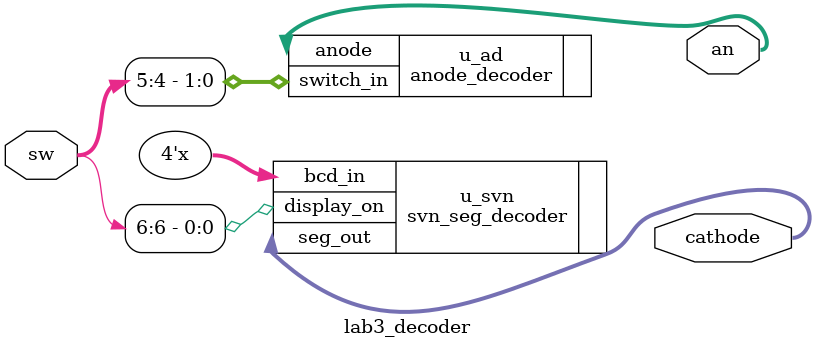
<source format=sv>
`timescale 1ns / 1ps
module lab3_decoder(
	output logic [3:0] an,
	output logic [6:0] cathode,
	input logic [6:0] sw
	);

	// Enter your code here ...
	//
	// instantiate two outputs from the class presentation, double check with your TA for the values 
	//assign an[3:0] = 4'b1001;
	//assign cathode[6:0] = 4'b0011001;

	anode_decoder u_ad (.anode(an[3:0]), .switch_in(sw[5:4]));
	svn_seg_decoder u_svn (.seg_out(cathode[6:0]), .bcd_in(num[3:0]), .display_on(sw[6]));

endmodule

</source>
